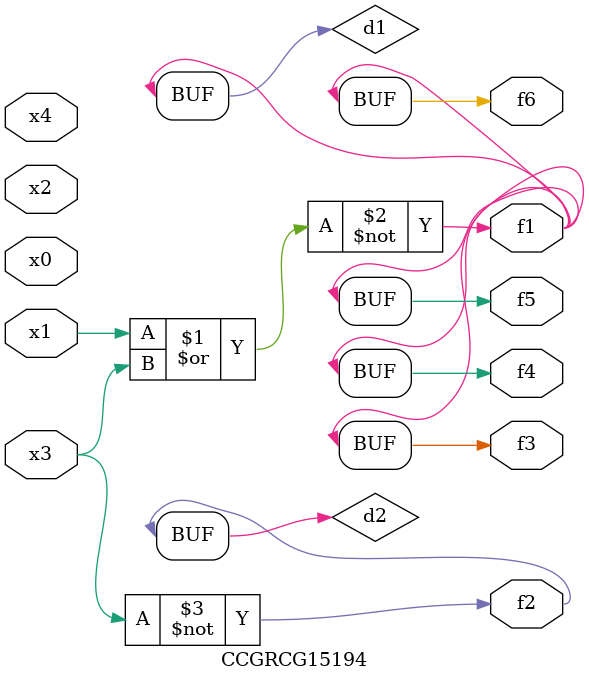
<source format=v>
module CCGRCG15194(
	input x0, x1, x2, x3, x4,
	output f1, f2, f3, f4, f5, f6
);

	wire d1, d2;

	nor (d1, x1, x3);
	not (d2, x3);
	assign f1 = d1;
	assign f2 = d2;
	assign f3 = d1;
	assign f4 = d1;
	assign f5 = d1;
	assign f6 = d1;
endmodule

</source>
